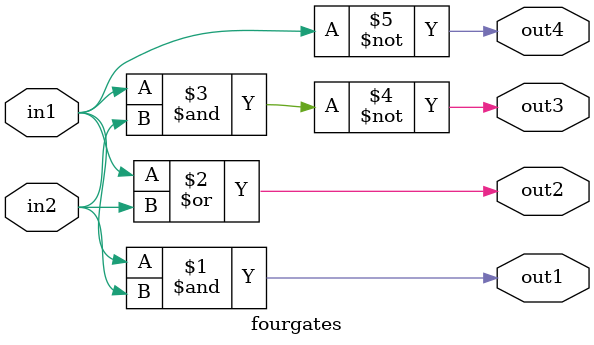
<source format=v>
module fourgates(in1,in2,out1,out2,out3,out4);
	input in1,in2;
	output out1,out2,out3,out4;
	
	wire in1,in2,out1,out2,out3,out4;

	and g1(out1,in1,in2);
	or g2(out2,in1,in2);
	nand g3(out3,in1, in2);
	not g4(out4,in1);
	
endmodule 
</source>
